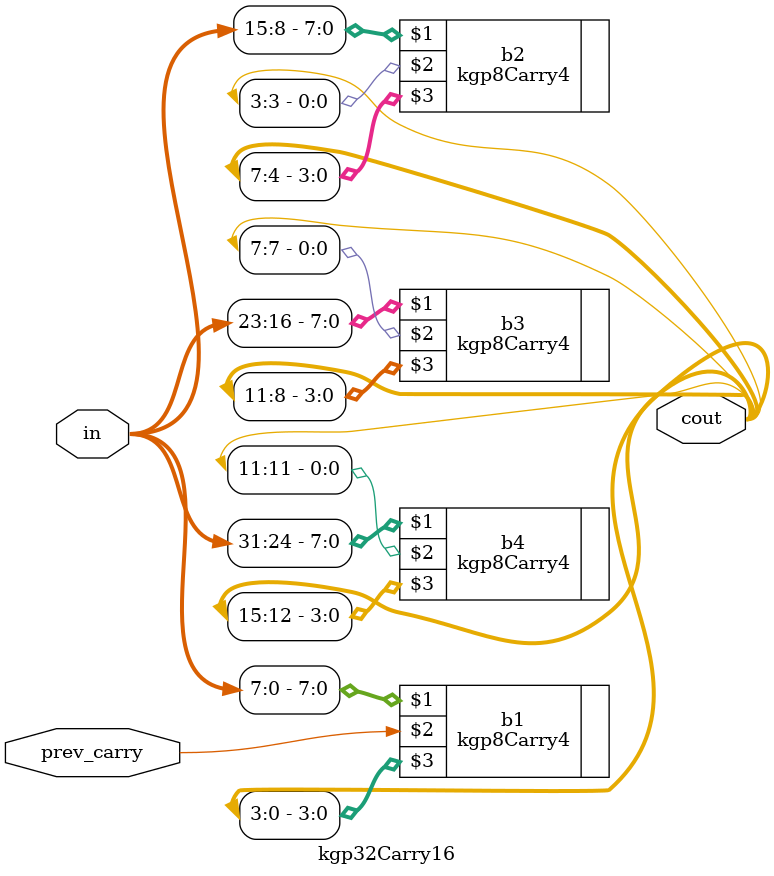
<source format=v>
`include "kgp8Carry4.v"
module kgp32Carry16(
	input [31:0] in,
	input prev_carry,
	output [15:0] cout
);

kgp8Carry4 b1(in[7:0], prev_carry, cout[3:0]);
kgp8Carry4 b2(in[15:8], cout[3], cout[7:4]);
kgp8Carry4 b3(in[23:16], cout[7], cout[11:8]);
kgp8Carry4 b4(in[31:24], cout[11], cout[15:12]);
endmodule

</source>
